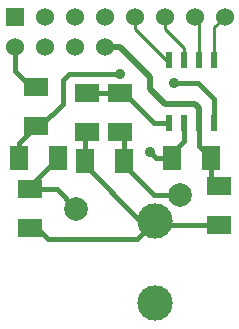
<source format=gtl>
G04 (created by PCBNEW (2013-07-07 BZR 4022)-stable) date 07/07/2014 09:14:03*
%MOIN*%
G04 Gerber Fmt 3.4, Leading zero omitted, Abs format*
%FSLAX34Y34*%
G01*
G70*
G90*
G04 APERTURE LIST*
%ADD10C,0.00590551*%
%ADD11R,0.0236X0.0551*%
%ADD12R,0.06X0.08*%
%ADD13R,0.08X0.06*%
%ADD14R,0.06X0.06*%
%ADD15C,0.06*%
%ADD16C,0.11811*%
%ADD17C,0.0787402*%
%ADD18C,0.035*%
%ADD19C,0.02*%
%ADD20C,0.015*%
%ADD21C,0.01*%
G04 APERTURE END LIST*
G54D10*
G54D11*
X26150Y-10550D03*
X26150Y-8450D03*
X25650Y-10550D03*
X25150Y-10550D03*
X24650Y-10550D03*
X25650Y-8450D03*
X25150Y-8450D03*
X24650Y-8450D03*
G54D12*
X26050Y-11700D03*
X24750Y-11700D03*
G54D13*
X20200Y-9350D03*
X20200Y-10650D03*
G54D12*
X19650Y-11700D03*
X20950Y-11700D03*
G54D13*
X20000Y-12750D03*
X20000Y-14050D03*
X21900Y-10850D03*
X21900Y-9550D03*
X23000Y-9550D03*
X23000Y-10850D03*
G54D12*
X23150Y-11800D03*
X21850Y-11800D03*
G54D13*
X26300Y-12650D03*
X26300Y-13950D03*
G54D14*
X19500Y-7000D03*
G54D15*
X25500Y-7000D03*
X20500Y-7000D03*
X26500Y-7000D03*
X21500Y-7000D03*
X22500Y-7000D03*
X23500Y-7000D03*
X24500Y-7000D03*
X22500Y-8000D03*
X21500Y-8000D03*
X20500Y-8000D03*
X19500Y-8000D03*
G54D16*
X24187Y-13793D03*
X24187Y-16549D03*
G54D17*
X25014Y-12927D03*
X21549Y-13400D03*
G54D18*
X24000Y-11500D03*
X24800Y-9200D03*
X23000Y-8900D03*
G54D19*
X24800Y-9900D02*
X25500Y-9900D01*
X23000Y-8000D02*
X24000Y-9000D01*
X24000Y-9000D02*
X24000Y-9400D01*
X24000Y-9400D02*
X24500Y-9900D01*
X24500Y-9900D02*
X24800Y-9900D01*
X22500Y-8000D02*
X23000Y-8000D01*
X25650Y-10050D02*
X25650Y-10550D01*
X25500Y-9900D02*
X25650Y-10050D01*
G54D20*
X26050Y-11700D02*
X26050Y-12400D01*
X26050Y-12400D02*
X26300Y-12650D01*
X25650Y-10550D02*
X25650Y-11300D01*
X25650Y-11300D02*
X26050Y-11700D01*
X20200Y-9350D02*
X20050Y-9350D01*
X20050Y-9350D02*
X19500Y-8800D01*
X19500Y-8800D02*
X19500Y-8000D01*
X24750Y-11700D02*
X24200Y-11700D01*
X24200Y-11700D02*
X24000Y-11500D01*
X24750Y-11700D02*
X24750Y-11550D01*
X25150Y-11150D02*
X25150Y-10550D01*
X24750Y-11550D02*
X25150Y-11150D01*
X20000Y-14050D02*
X20250Y-14050D01*
X23581Y-14400D02*
X24187Y-13793D01*
X20600Y-14400D02*
X23581Y-14400D01*
X20250Y-14050D02*
X20600Y-14400D01*
X21850Y-11800D02*
X21850Y-11950D01*
X23693Y-13793D02*
X24187Y-13793D01*
X21850Y-11950D02*
X23693Y-13793D01*
X21850Y-11800D02*
X21850Y-10900D01*
X21850Y-10900D02*
X21900Y-10850D01*
X26300Y-13950D02*
X24343Y-13950D01*
X24343Y-13950D02*
X24187Y-13793D01*
G54D21*
X24650Y-8450D02*
X24550Y-8450D01*
X23500Y-7400D02*
X23500Y-7000D01*
X24550Y-8450D02*
X23500Y-7400D01*
X25150Y-8450D02*
X25150Y-8050D01*
X24500Y-7400D02*
X24500Y-7000D01*
X25150Y-8050D02*
X24500Y-7400D01*
X25650Y-8450D02*
X25650Y-7150D01*
X25650Y-7150D02*
X25500Y-7000D01*
X26150Y-8450D02*
X26150Y-7350D01*
X26150Y-7350D02*
X26500Y-7000D01*
G54D20*
X20000Y-12750D02*
X20000Y-12650D01*
X20000Y-12650D02*
X20950Y-11700D01*
X20000Y-12750D02*
X20899Y-12750D01*
X20899Y-12750D02*
X21549Y-13400D01*
X23000Y-9550D02*
X23150Y-9550D01*
X24150Y-10550D02*
X24650Y-10550D01*
X23150Y-9550D02*
X24150Y-10550D01*
X21900Y-9550D02*
X23000Y-9550D01*
X24800Y-9200D02*
X25600Y-9200D01*
X26150Y-9750D02*
X26150Y-9950D01*
X25600Y-9200D02*
X26150Y-9750D01*
X20200Y-10650D02*
X20350Y-10650D01*
X26150Y-9950D02*
X26150Y-10550D01*
X21300Y-8900D02*
X23000Y-8900D01*
X21100Y-9100D02*
X21300Y-8900D01*
X21100Y-9900D02*
X21100Y-9100D01*
X20350Y-10650D02*
X21100Y-9900D01*
X19650Y-11700D02*
X19650Y-11200D01*
X19650Y-11200D02*
X20200Y-10650D01*
X23150Y-11800D02*
X23150Y-11000D01*
X23150Y-11000D02*
X23000Y-10850D01*
X23150Y-11800D02*
X23150Y-11950D01*
X24127Y-12927D02*
X25014Y-12927D01*
X23150Y-11950D02*
X24127Y-12927D01*
M02*

</source>
